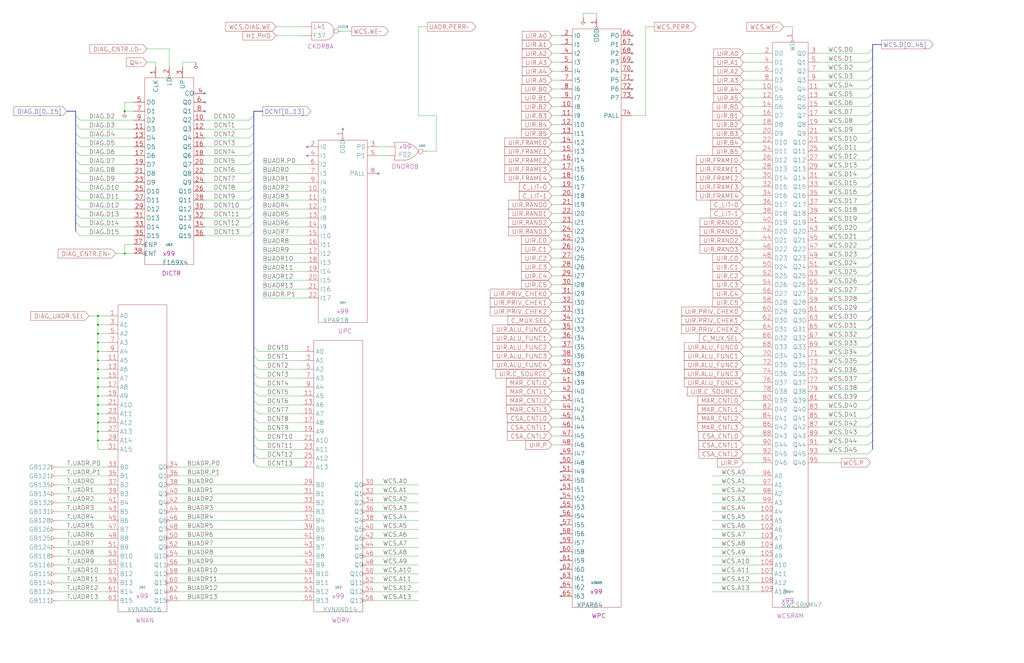
<source format=kicad_sch>
(kicad_sch (version 20230121) (generator eeschema)
  (paper "User" 584.2 378.46)
  (title_block (title "WRITABLE CONTROL STORE\\nWCS ADDRESS GENERATION") (date "15-MAR-90") (rev "1.0") (comment 1 "TYPE") (comment 2 "232-003062") (comment 3 "S400") (comment 4 "RELEASED"))
  (junction (at 55.88 200.66))
  (junction (at 55.88 190.5))
  (junction (at 55.88 236.22))
  (junction (at 55.88 231.14))
  (junction (at 55.88 215.9))
  (junction (at 71.12 63.5))
  (junction (at 55.88 246.38))
  (junction (at 71.12 144.78))
  (junction (at 55.88 205.74))
  (junction (at 55.88 226.06))
  (junction (at 55.88 185.42))
  (junction (at 55.88 180.34))
  (junction (at 55.88 220.98))
  (junction (at 55.88 251.46))
  (junction (at 55.88 195.58))
  (junction (at 55.88 241.3))
  (junction (at 55.88 210.82))
  (no_connect (at 320.04 294.64))
  (no_connect (at 320.04 314.96))
  (no_connect (at 360.68 35.56))
  (no_connect (at 320.04 335.28))
  (no_connect (at 175.26 88.9))
  (no_connect (at 175.26 83.82))
  (no_connect (at 116.84 53.34))
  (no_connect (at 360.68 55.88))
  (no_connect (at 320.04 330.2))
  (no_connect (at 320.04 289.56))
  (no_connect (at 360.68 45.72))
  (no_connect (at 320.04 274.32))
  (no_connect (at 320.04 279.4))
  (no_connect (at 320.04 299.72))
  (no_connect (at 320.04 325.12))
  (no_connect (at 320.04 340.36))
  (no_connect (at 320.04 269.24))
  (no_connect (at 320.04 284.48))
  (no_connect (at 320.04 264.16))
  (no_connect (at 360.68 30.48))
  (no_connect (at 360.68 40.64))
  (no_connect (at 360.68 50.8))
  (no_connect (at 195.58 73.66))
  (no_connect (at 215.9 99.06))
  (no_connect (at 360.68 20.32))
  (no_connect (at 320.04 259.08))
  (no_connect (at 320.04 304.8))
  (no_connect (at 320.04 320.04))
  (no_connect (at 360.68 25.4))
  (no_connect (at 116.84 58.42))
  (no_connect (at 116.84 63.5))
  (no_connect (at 320.04 309.88))
  (bus_entry (at 144.78 243.84) (size 2.54 2.54))
  (bus_entry (at 144.78 127) (size -2.54 2.54))
  (bus_entry (at 497.84 170.18) (size -2.54 2.54))
  (bus_entry (at 497.84 200.66) (size -2.54 2.54))
  (bus_entry (at 144.78 248.92) (size 2.54 2.54))
  (bus_entry (at 144.78 213.36) (size 2.54 2.54))
  (bus_entry (at 497.84 114.3) (size -2.54 2.54))
  (bus_entry (at 497.84 139.7) (size -2.54 2.54))
  (bus_entry (at 497.84 154.94) (size -2.54 2.54))
  (bus_entry (at 497.84 149.86) (size -2.54 2.54))
  (bus_entry (at 497.84 43.18) (size -2.54 2.54))
  (bus_entry (at 144.78 101.6) (size -2.54 2.54))
  (bus_entry (at 43.18 101.6) (size 2.54 2.54))
  (bus_entry (at 144.78 264.16) (size 2.54 2.54))
  (bus_entry (at 497.84 58.42) (size -2.54 2.54))
  (bus_entry (at 144.78 66.04) (size -2.54 2.54))
  (bus_entry (at 497.84 73.66) (size -2.54 2.54))
  (bus_entry (at 144.78 254) (size 2.54 2.54))
  (bus_entry (at 497.84 241.3) (size -2.54 2.54))
  (bus_entry (at 144.78 116.84) (size -2.54 2.54))
  (bus_entry (at 497.84 165.1) (size -2.54 2.54))
  (bus_entry (at 144.78 96.52) (size -2.54 2.54))
  (bus_entry (at 144.78 86.36) (size -2.54 2.54))
  (bus_entry (at 497.84 180.34) (size -2.54 2.54))
  (bus_entry (at 497.84 53.34) (size -2.54 2.54))
  (bus_entry (at 43.18 132.08) (size 2.54 2.54))
  (bus_entry (at 144.78 203.2) (size 2.54 2.54))
  (bus_entry (at 43.18 121.92) (size 2.54 2.54))
  (bus_entry (at 144.78 132.08) (size -2.54 2.54))
  (bus_entry (at 43.18 106.68) (size 2.54 2.54))
  (bus_entry (at 497.84 220.98) (size -2.54 2.54))
  (bus_entry (at 144.78 233.68) (size 2.54 2.54))
  (bus_entry (at 497.84 109.22) (size -2.54 2.54))
  (bus_entry (at 43.18 86.36) (size 2.54 2.54))
  (bus_entry (at 497.84 104.14) (size -2.54 2.54))
  (bus_entry (at 497.84 180.34) (size -2.54 2.54))
  (bus_entry (at 497.84 160.02) (size -2.54 2.54))
  (bus_entry (at 43.18 96.52) (size 2.54 2.54))
  (bus_entry (at 144.78 228.6) (size 2.54 2.54))
  (bus_entry (at 497.84 68.58) (size -2.54 2.54))
  (bus_entry (at 497.84 190.5) (size -2.54 2.54))
  (bus_entry (at 497.84 205.74) (size -2.54 2.54))
  (bus_entry (at 497.84 256.54) (size -2.54 2.54))
  (bus_entry (at 144.78 121.92) (size -2.54 2.54))
  (bus_entry (at 497.84 210.82) (size -2.54 2.54))
  (bus_entry (at 43.18 81.28) (size 2.54 2.54))
  (bus_entry (at 497.84 246.38) (size -2.54 2.54))
  (bus_entry (at 144.78 106.68) (size -2.54 2.54))
  (bus_entry (at 497.84 33.02) (size -2.54 2.54))
  (bus_entry (at 144.78 198.12) (size 2.54 2.54))
  (bus_entry (at 43.18 71.12) (size 2.54 2.54))
  (bus_entry (at 144.78 91.44) (size -2.54 2.54))
  (bus_entry (at 144.78 208.28) (size 2.54 2.54))
  (bus_entry (at 497.84 195.58) (size -2.54 2.54))
  (bus_entry (at 497.84 83.82) (size -2.54 2.54))
  (bus_entry (at 497.84 215.9) (size -2.54 2.54))
  (bus_entry (at 144.78 76.2) (size -2.54 2.54))
  (bus_entry (at 497.84 38.1) (size -2.54 2.54))
  (bus_entry (at 497.84 78.74) (size -2.54 2.54))
  (bus_entry (at 497.84 99.06) (size -2.54 2.54))
  (bus_entry (at 497.84 236.22) (size -2.54 2.54))
  (bus_entry (at 497.84 119.38) (size -2.54 2.54))
  (bus_entry (at 497.84 226.06) (size -2.54 2.54))
  (bus_entry (at 497.84 185.42) (size -2.54 2.54))
  (bus_entry (at 43.18 66.04) (size 2.54 2.54))
  (bus_entry (at 497.84 88.9) (size -2.54 2.54))
  (bus_entry (at 497.84 48.26) (size -2.54 2.54))
  (bus_entry (at 497.84 134.62) (size -2.54 2.54))
  (bus_entry (at 497.84 93.98) (size -2.54 2.54))
  (bus_entry (at 497.84 175.26) (size -2.54 2.54))
  (bus_entry (at 144.78 81.28) (size -2.54 2.54))
  (bus_entry (at 144.78 238.76) (size 2.54 2.54))
  (bus_entry (at 497.84 129.54) (size -2.54 2.54))
  (bus_entry (at 43.18 91.44) (size 2.54 2.54))
  (bus_entry (at 144.78 218.44) (size 2.54 2.54))
  (bus_entry (at 43.18 116.84) (size 2.54 2.54))
  (bus_entry (at 497.84 231.14) (size -2.54 2.54))
  (bus_entry (at 497.84 63.5) (size -2.54 2.54))
  (bus_entry (at 43.18 127) (size 2.54 2.54))
  (bus_entry (at 144.78 111.76) (size -2.54 2.54))
  (bus_entry (at 497.84 144.78) (size -2.54 2.54))
  (bus_entry (at 144.78 259.08) (size 2.54 2.54))
  (bus_entry (at 144.78 223.52) (size 2.54 2.54))
  (bus_entry (at 144.78 71.12) (size -2.54 2.54))
  (bus_entry (at 497.84 27.94) (size -2.54 2.54))
  (bus_entry (at 497.84 124.46) (size -2.54 2.54))
  (bus_entry (at 497.84 251.46) (size -2.54 2.54))
  (bus_entry (at 43.18 111.76) (size 2.54 2.54))
  (bus_entry (at 43.18 76.2) (size 2.54 2.54))
  (bus_entry (at 497.84 185.42) (size -2.54 2.54))
  (wire (pts (xy 55.88 185.42) (xy 55.88 190.5)))
  (wire (pts (xy 60.96 327.66) (xy 33.02 327.66)))
  (wire (pts (xy 314.96 40.64) (xy 320.04 40.64)))
  (bus (pts (xy 38.1 63.5) (xy 43.18 63.5)))
  (wire (pts (xy 424.18 106.68) (xy 434.34 106.68)))
  (wire (pts (xy 213.36 307.34) (xy 238.76 307.34)))
  (wire (pts (xy 116.84 134.62) (xy 142.24 134.62)))
  (bus (pts (xy 43.18 91.44) (xy 43.18 96.52)))
  (bus (pts (xy 497.84 53.34) (xy 497.84 48.26)))
  (wire (pts (xy 83.82 27.94) (xy 96.52 27.94)))
  (wire (pts (xy 467.36 167.64) (xy 495.3 167.64)))
  (wire (pts (xy 157.48 15.24) (xy 172.72 15.24)))
  (wire (pts (xy 314.96 86.36) (xy 320.04 86.36)))
  (wire (pts (xy 424.18 167.64) (xy 434.34 167.64)))
  (wire (pts (xy 467.36 157.48) (xy 495.3 157.48)))
  (wire (pts (xy 467.36 233.68) (xy 495.3 233.68)))
  (wire (pts (xy 424.18 96.52) (xy 434.34 96.52)))
  (wire (pts (xy 424.18 193.04) (xy 434.34 193.04)))
  (wire (pts (xy 33.02 266.7) (xy 60.96 266.7)))
  (wire (pts (xy 55.88 195.58) (xy 60.96 195.58)))
  (bus (pts (xy 144.78 132.08) (xy 144.78 198.12)))
  (wire (pts (xy 467.36 35.56) (xy 495.3 35.56)))
  (wire (pts (xy 424.18 116.84) (xy 434.34 116.84)))
  (bus (pts (xy 497.84 170.18) (xy 497.84 165.1)))
  (wire (pts (xy 467.36 254) (xy 495.3 254)))
  (wire (pts (xy 314.96 60.96) (xy 320.04 60.96)))
  (wire (pts (xy 467.36 76.2) (xy 495.3 76.2)))
  (wire (pts (xy 406.4 281.94) (xy 434.34 281.94)))
  (wire (pts (xy 424.18 71.12) (xy 434.34 71.12)))
  (wire (pts (xy 467.36 86.36) (xy 495.3 86.36)))
  (wire (pts (xy 101.6 302.26) (xy 172.72 302.26)))
  (bus (pts (xy 43.18 121.92) (xy 43.18 127)))
  (bus (pts (xy 144.78 63.5) (xy 149.86 63.5)))
  (wire (pts (xy 314.96 116.84) (xy 320.04 116.84)))
  (wire (pts (xy 467.36 137.16) (xy 495.3 137.16)))
  (wire (pts (xy 424.18 81.28) (xy 434.34 81.28)))
  (wire (pts (xy 243.84 15.24) (xy 238.76 15.24)))
  (wire (pts (xy 149.86 109.22) (xy 175.26 109.22)))
  (wire (pts (xy 467.36 248.92) (xy 495.3 248.92)))
  (wire (pts (xy 60.96 317.5) (xy 33.02 317.5)))
  (wire (pts (xy 101.6 276.86) (xy 172.72 276.86)))
  (wire (pts (xy 101.6 307.34) (xy 172.72 307.34)))
  (wire (pts (xy 467.36 91.44) (xy 495.3 91.44)))
  (wire (pts (xy 215.9 83.82) (xy 220.98 83.82)))
  (wire (pts (xy 314.96 132.08) (xy 320.04 132.08)))
  (bus (pts (xy 43.18 101.6) (xy 43.18 106.68)))
  (wire (pts (xy 424.18 30.48) (xy 434.34 30.48)))
  (wire (pts (xy 424.18 162.56) (xy 434.34 162.56)))
  (wire (pts (xy 116.84 114.3) (xy 142.24 114.3)))
  (wire (pts (xy 424.18 60.96) (xy 434.34 60.96)))
  (wire (pts (xy 467.36 228.6) (xy 495.3 228.6)))
  (wire (pts (xy 434.34 312.42) (xy 406.4 312.42)))
  (bus (pts (xy 43.18 111.76) (xy 43.18 116.84)))
  (bus (pts (xy 144.78 76.2) (xy 144.78 81.28)))
  (wire (pts (xy 60.96 302.26) (xy 33.02 302.26)))
  (wire (pts (xy 149.86 104.14) (xy 175.26 104.14)))
  (wire (pts (xy 149.86 149.86) (xy 175.26 149.86)))
  (wire (pts (xy 424.18 111.76) (xy 434.34 111.76)))
  (wire (pts (xy 71.12 139.7) (xy 71.12 144.78)))
  (bus (pts (xy 497.84 231.14) (xy 497.84 226.06)))
  (wire (pts (xy 116.84 119.38) (xy 142.24 119.38)))
  (bus (pts (xy 497.84 83.82) (xy 497.84 78.74)))
  (wire (pts (xy 172.72 236.22) (xy 147.32 236.22)))
  (wire (pts (xy 314.96 233.68) (xy 320.04 233.68)))
  (wire (pts (xy 314.96 81.28) (xy 320.04 81.28)))
  (wire (pts (xy 55.88 200.66) (xy 60.96 200.66)))
  (bus (pts (xy 144.78 248.92) (xy 144.78 243.84)))
  (bus (pts (xy 144.78 66.04) (xy 144.78 71.12)))
  (wire (pts (xy 447.04 15.24) (xy 452.12 15.24)))
  (bus (pts (xy 497.84 246.38) (xy 497.84 241.3)))
  (wire (pts (xy 467.36 264.16) (xy 480.06 264.16)))
  (wire (pts (xy 101.6 287.02) (xy 172.72 287.02)))
  (bus (pts (xy 43.18 127) (xy 43.18 132.08)))
  (wire (pts (xy 116.84 109.22) (xy 142.24 109.22)))
  (wire (pts (xy 172.72 220.98) (xy 147.32 220.98)))
  (wire (pts (xy 60.96 281.94) (xy 33.02 281.94)))
  (wire (pts (xy 213.36 322.58) (xy 238.76 322.58)))
  (wire (pts (xy 314.96 66.04) (xy 320.04 66.04)))
  (bus (pts (xy 497.84 124.46) (xy 497.84 119.38)))
  (wire (pts (xy 424.18 208.28) (xy 434.34 208.28)))
  (wire (pts (xy 55.88 215.9) (xy 55.88 220.98)))
  (wire (pts (xy 60.96 342.9) (xy 33.02 342.9)))
  (wire (pts (xy 314.96 177.8) (xy 320.04 177.8)))
  (bus (pts (xy 144.78 76.2) (xy 144.78 71.12)))
  (wire (pts (xy 424.18 233.68) (xy 434.34 233.68)))
  (wire (pts (xy 314.96 121.92) (xy 320.04 121.92)))
  (wire (pts (xy 116.84 124.46) (xy 142.24 124.46)))
  (wire (pts (xy 55.88 190.5) (xy 55.88 195.58)))
  (wire (pts (xy 101.6 327.66) (xy 172.72 327.66)))
  (wire (pts (xy 424.18 91.44) (xy 434.34 91.44)))
  (wire (pts (xy 424.18 248.92) (xy 434.34 248.92)))
  (wire (pts (xy 314.96 35.56) (xy 320.04 35.56)))
  (bus (pts (xy 144.78 116.84) (xy 144.78 111.76)))
  (wire (pts (xy 149.86 93.98) (xy 175.26 93.98)))
  (wire (pts (xy 213.36 332.74) (xy 238.76 332.74)))
  (wire (pts (xy 467.36 127) (xy 495.3 127)))
  (wire (pts (xy 467.36 50.8) (xy 495.3 50.8)))
  (wire (pts (xy 116.84 129.54) (xy 142.24 129.54)))
  (wire (pts (xy 55.88 246.38) (xy 55.88 251.46)))
  (wire (pts (xy 314.96 193.04) (xy 320.04 193.04)))
  (wire (pts (xy 45.72 129.54) (xy 76.2 129.54)))
  (wire (pts (xy 55.88 251.46) (xy 60.96 251.46)))
  (bus (pts (xy 144.78 198.12) (xy 144.78 203.2)))
  (bus (pts (xy 497.84 251.46) (xy 497.84 246.38)))
  (wire (pts (xy 172.72 266.7) (xy 147.32 266.7)))
  (wire (pts (xy 467.36 66.04) (xy 495.3 66.04)))
  (bus (pts (xy 43.18 106.68) (xy 43.18 111.76)))
  (wire (pts (xy 467.36 208.28) (xy 495.3 208.28)))
  (bus (pts (xy 43.18 66.04) (xy 43.18 71.12)))
  (wire (pts (xy 71.12 144.78) (xy 76.2 144.78)))
  (wire (pts (xy 424.18 254) (xy 434.34 254)))
  (wire (pts (xy 101.6 332.74) (xy 172.72 332.74)))
  (bus (pts (xy 497.84 129.54) (xy 497.84 124.46)))
  (wire (pts (xy 314.96 50.8) (xy 320.04 50.8)))
  (wire (pts (xy 60.96 287.02) (xy 33.02 287.02)))
  (wire (pts (xy 71.12 63.5) (xy 76.2 63.5)))
  (wire (pts (xy 101.6 297.18) (xy 172.72 297.18)))
  (wire (pts (xy 467.36 142.24) (xy 495.3 142.24)))
  (wire (pts (xy 467.36 30.48) (xy 495.3 30.48)))
  (wire (pts (xy 424.18 76.2) (xy 434.34 76.2)))
  (wire (pts (xy 467.36 81.28) (xy 495.3 81.28)))
  (wire (pts (xy 424.18 147.32) (xy 434.34 147.32)))
  (wire (pts (xy 314.96 127) (xy 320.04 127)))
  (wire (pts (xy 45.72 134.62) (xy 76.2 134.62)))
  (wire (pts (xy 424.18 40.64) (xy 434.34 40.64)))
  (bus (pts (xy 497.84 165.1) (xy 497.84 160.02)))
  (wire (pts (xy 424.18 45.72) (xy 434.34 45.72)))
  (bus (pts (xy 497.84 220.98) (xy 497.84 215.9)))
  (bus (pts (xy 43.18 96.52) (xy 43.18 101.6)))
  (wire (pts (xy 314.96 91.44) (xy 320.04 91.44)))
  (wire (pts (xy 314.96 238.76) (xy 320.04 238.76)))
  (bus (pts (xy 497.84 180.34) (xy 497.84 175.26)))
  (wire (pts (xy 55.88 236.22) (xy 60.96 236.22)))
  (bus (pts (xy 144.78 228.6) (xy 144.78 233.68)))
  (wire (pts (xy 424.18 55.88) (xy 434.34 55.88)))
  (wire (pts (xy 467.36 96.52) (xy 495.3 96.52)))
  (wire (pts (xy 149.86 134.62) (xy 175.26 134.62)))
  (wire (pts (xy 55.88 210.82) (xy 60.96 210.82)))
  (wire (pts (xy 467.36 198.12) (xy 495.3 198.12)))
  (wire (pts (xy 149.86 119.38) (xy 175.26 119.38)))
  (wire (pts (xy 55.88 256.54) (xy 60.96 256.54)))
  (wire (pts (xy 172.72 215.9) (xy 147.32 215.9)))
  (wire (pts (xy 213.36 281.94) (xy 238.76 281.94)))
  (wire (pts (xy 45.72 68.58) (xy 76.2 68.58)))
  (wire (pts (xy 104.14 35.56) (xy 104.14 38.1)))
  (wire (pts (xy 55.88 205.74) (xy 55.88 210.82)))
  (bus (pts (xy 497.84 144.78) (xy 497.84 139.7)))
  (bus (pts (xy 497.84 88.9) (xy 497.84 83.82)))
  (wire (pts (xy 60.96 307.34) (xy 33.02 307.34)))
  (wire (pts (xy 467.36 162.56) (xy 495.3 162.56)))
  (wire (pts (xy 314.96 243.84) (xy 320.04 243.84)))
  (wire (pts (xy 467.36 182.88) (xy 495.3 182.88)))
  (wire (pts (xy 172.72 210.82) (xy 147.32 210.82)))
  (wire (pts (xy 33.02 271.78) (xy 60.96 271.78)))
  (wire (pts (xy 424.18 121.92) (xy 434.34 121.92)))
  (wire (pts (xy 467.36 147.32) (xy 495.3 147.32)))
  (bus (pts (xy 144.78 213.36) (xy 144.78 218.44)))
  (wire (pts (xy 314.96 162.56) (xy 320.04 162.56)))
  (wire (pts (xy 314.96 223.52) (xy 320.04 223.52)))
  (wire (pts (xy 45.72 119.38) (xy 76.2 119.38)))
  (wire (pts (xy 434.34 307.34) (xy 406.4 307.34)))
  (bus (pts (xy 497.84 25.4) (xy 502.92 25.4)))
  (wire (pts (xy 332.74 7.62) (xy 340.36 7.62)))
  (wire (pts (xy 149.86 144.78) (xy 175.26 144.78)))
  (wire (pts (xy 101.6 342.9) (xy 172.72 342.9)))
  (bus (pts (xy 144.78 86.36) (xy 144.78 91.44)))
  (wire (pts (xy 55.88 185.42) (xy 60.96 185.42)))
  (wire (pts (xy 45.72 73.66) (xy 76.2 73.66)))
  (bus (pts (xy 43.18 63.5) (xy 43.18 66.04)))
  (wire (pts (xy 60.96 312.42) (xy 33.02 312.42)))
  (wire (pts (xy 314.96 172.72) (xy 320.04 172.72)))
  (wire (pts (xy 314.96 55.88) (xy 320.04 55.88)))
  (wire (pts (xy 55.88 220.98) (xy 55.88 226.06)))
  (wire (pts (xy 45.72 124.46) (xy 76.2 124.46)))
  (wire (pts (xy 314.96 45.72) (xy 320.04 45.72)))
  (wire (pts (xy 314.96 248.92) (xy 320.04 248.92)))
  (wire (pts (xy 424.18 187.96) (xy 434.34 187.96)))
  (wire (pts (xy 101.6 266.7) (xy 124.46 266.7)))
  (wire (pts (xy 467.36 101.6) (xy 495.3 101.6)))
  (bus (pts (xy 144.78 218.44) (xy 144.78 223.52)))
  (wire (pts (xy 71.12 63.5) (xy 71.12 58.42)))
  (wire (pts (xy 467.36 259.08) (xy 495.3 259.08)))
  (bus (pts (xy 144.78 238.76) (xy 144.78 243.84)))
  (bus (pts (xy 144.78 254) (xy 144.78 259.08)))
  (bus (pts (xy 144.78 121.92) (xy 144.78 127)))
  (wire (pts (xy 424.18 213.36) (xy 434.34 213.36)))
  (wire (pts (xy 213.36 287.02) (xy 238.76 287.02)))
  (wire (pts (xy 213.36 312.42) (xy 238.76 312.42)))
  (bus (pts (xy 497.84 33.02) (xy 497.84 27.94)))
  (wire (pts (xy 55.88 220.98) (xy 60.96 220.98)))
  (wire (pts (xy 434.34 337.82) (xy 406.4 337.82)))
  (wire (pts (xy 467.36 71.12) (xy 495.3 71.12)))
  (wire (pts (xy 467.36 177.8) (xy 495.3 177.8)))
  (wire (pts (xy 314.96 20.32) (xy 320.04 20.32)))
  (bus (pts (xy 497.84 210.82) (xy 497.84 205.74)))
  (wire (pts (xy 467.36 203.2) (xy 495.3 203.2)))
  (wire (pts (xy 45.72 78.74) (xy 76.2 78.74)))
  (wire (pts (xy 60.96 297.18) (xy 33.02 297.18)))
  (bus (pts (xy 144.78 208.28) (xy 144.78 213.36)))
  (bus (pts (xy 497.84 114.3) (xy 497.84 109.22)))
  (wire (pts (xy 314.96 30.48) (xy 320.04 30.48)))
  (wire (pts (xy 55.88 180.34) (xy 60.96 180.34)))
  (wire (pts (xy 314.96 157.48) (xy 320.04 157.48)))
  (wire (pts (xy 406.4 292.1) (xy 434.34 292.1)))
  (wire (pts (xy 55.88 215.9) (xy 60.96 215.9)))
  (wire (pts (xy 434.34 317.5) (xy 406.4 317.5)))
  (wire (pts (xy 467.36 121.92) (xy 495.3 121.92)))
  (bus (pts (xy 144.78 208.28) (xy 144.78 203.2)))
  (wire (pts (xy 45.72 88.9) (xy 76.2 88.9)))
  (bus (pts (xy 144.78 259.08) (xy 144.78 264.16)))
  (wire (pts (xy 149.86 129.54) (xy 175.26 129.54)))
  (wire (pts (xy 467.36 55.88) (xy 495.3 55.88)))
  (wire (pts (xy 452.12 15.24) (xy 452.12 17.78)))
  (wire (pts (xy 314.96 254) (xy 320.04 254)))
  (bus (pts (xy 497.84 38.1) (xy 497.84 33.02)))
  (wire (pts (xy 434.34 322.58) (xy 406.4 322.58)))
  (wire (pts (xy 434.34 332.74) (xy 406.4 332.74)))
  (wire (pts (xy 314.96 76.2) (xy 320.04 76.2)))
  (bus (pts (xy 497.84 48.26) (xy 497.84 43.18)))
  (bus (pts (xy 144.78 101.6) (xy 144.78 106.68)))
  (wire (pts (xy 55.88 231.14) (xy 60.96 231.14)))
  (wire (pts (xy 55.88 205.74) (xy 60.96 205.74)))
  (wire (pts (xy 149.86 139.7) (xy 175.26 139.7)))
  (wire (pts (xy 424.18 157.48) (xy 434.34 157.48)))
  (wire (pts (xy 368.3 15.24) (xy 368.3 66.04)))
  (bus (pts (xy 144.78 248.92) (xy 144.78 254)))
  (bus (pts (xy 497.84 256.54) (xy 497.84 251.46)))
  (wire (pts (xy 424.18 142.24) (xy 434.34 142.24)))
  (bus (pts (xy 497.84 93.98) (xy 497.84 88.9)))
  (bus (pts (xy 497.84 190.5) (xy 497.84 185.42)))
  (wire (pts (xy 101.6 281.94) (xy 172.72 281.94)))
  (wire (pts (xy 116.84 88.9) (xy 142.24 88.9)))
  (bus (pts (xy 497.84 73.66) (xy 497.84 68.58)))
  (wire (pts (xy 55.88 241.3) (xy 60.96 241.3)))
  (wire (pts (xy 467.36 116.84) (xy 495.3 116.84)))
  (wire (pts (xy 314.96 228.6) (xy 320.04 228.6)))
  (bus (pts (xy 497.84 200.66) (xy 497.84 195.58)))
  (wire (pts (xy 424.18 177.8) (xy 434.34 177.8)))
  (wire (pts (xy 157.48 20.32) (xy 172.72 20.32)))
  (wire (pts (xy 360.68 66.04) (xy 368.3 66.04)))
  (wire (pts (xy 60.96 337.82) (xy 33.02 337.82)))
  (wire (pts (xy 424.18 132.08) (xy 434.34 132.08)))
  (wire (pts (xy 314.96 96.52) (xy 320.04 96.52)))
  (wire (pts (xy 213.36 302.26) (xy 238.76 302.26)))
  (wire (pts (xy 467.36 193.04) (xy 495.3 193.04)))
  (wire (pts (xy 314.96 25.4) (xy 320.04 25.4)))
  (wire (pts (xy 424.18 243.84) (xy 434.34 243.84)))
  (wire (pts (xy 55.88 195.58) (xy 55.88 200.66)))
  (wire (pts (xy 314.96 203.2) (xy 320.04 203.2)))
  (wire (pts (xy 55.88 241.3) (xy 55.88 246.38)))
  (wire (pts (xy 60.96 322.58) (xy 33.02 322.58)))
  (wire (pts (xy 424.18 264.16) (xy 434.34 264.16)))
  (wire (pts (xy 45.72 83.82) (xy 76.2 83.82)))
  (wire (pts (xy 66.04 144.78) (xy 71.12 144.78)))
  (wire (pts (xy 424.18 259.08) (xy 434.34 259.08)))
  (bus (pts (xy 497.84 78.74) (xy 497.84 73.66)))
  (wire (pts (xy 314.96 182.88) (xy 320.04 182.88)))
  (wire (pts (xy 213.36 297.18) (xy 238.76 297.18)))
  (wire (pts (xy 213.36 327.66) (xy 238.76 327.66)))
  (wire (pts (xy 195.58 17.78) (xy 200.66 17.78)))
  (wire (pts (xy 332.74 10.16) (xy 332.74 7.62)))
  (wire (pts (xy 149.86 124.46) (xy 175.26 124.46)))
  (wire (pts (xy 149.86 170.18) (xy 175.26 170.18)))
  (bus (pts (xy 43.18 86.36) (xy 43.18 91.44)))
  (wire (pts (xy 172.72 200.66) (xy 147.32 200.66)))
  (wire (pts (xy 116.84 104.14) (xy 142.24 104.14)))
  (bus (pts (xy 497.84 43.18) (xy 497.84 38.1)))
  (bus (pts (xy 497.84 241.3) (xy 497.84 236.22)))
  (wire (pts (xy 149.86 160.02) (xy 175.26 160.02)))
  (wire (pts (xy 116.84 78.74) (xy 142.24 78.74)))
  (wire (pts (xy 314.96 111.76) (xy 320.04 111.76)))
  (wire (pts (xy 467.36 243.84) (xy 495.3 243.84)))
  (wire (pts (xy 213.36 342.9) (xy 238.76 342.9)))
  (wire (pts (xy 424.18 152.4) (xy 434.34 152.4)))
  (wire (pts (xy 243.84 86.36) (xy 248.92 86.36)))
  (bus (pts (xy 497.84 139.7) (xy 497.84 134.62)))
  (wire (pts (xy 424.18 182.88) (xy 434.34 182.88)))
  (wire (pts (xy 424.18 218.44) (xy 434.34 218.44)))
  (wire (pts (xy 55.88 226.06) (xy 55.88 231.14)))
  (wire (pts (xy 55.88 180.34) (xy 55.88 185.42)))
  (wire (pts (xy 373.38 15.24) (xy 368.3 15.24)))
  (wire (pts (xy 172.72 241.3) (xy 147.32 241.3)))
  (wire (pts (xy 314.96 106.68) (xy 320.04 106.68)))
  (wire (pts (xy 101.6 337.82) (xy 172.72 337.82)))
  (bus (pts (xy 497.84 154.94) (xy 497.84 149.86)))
  (wire (pts (xy 314.96 71.12) (xy 320.04 71.12)))
  (wire (pts (xy 314.96 147.32) (xy 320.04 147.32)))
  (bus (pts (xy 497.84 63.5) (xy 497.84 58.42)))
  (wire (pts (xy 60.96 276.86) (xy 33.02 276.86)))
  (bus (pts (xy 497.84 27.94) (xy 497.84 25.4)))
  (wire (pts (xy 406.4 271.78) (xy 434.34 271.78)))
  (bus (pts (xy 144.78 96.52) (xy 144.78 101.6)))
  (wire (pts (xy 215.9 88.9) (xy 220.98 88.9)))
  (wire (pts (xy 314.96 218.44) (xy 320.04 218.44)))
  (wire (pts (xy 424.18 35.56) (xy 434.34 35.56)))
  (bus (pts (xy 144.78 228.6) (xy 144.78 223.52)))
  (wire (pts (xy 50.8 180.34) (xy 55.88 180.34)))
  (wire (pts (xy 467.36 106.68) (xy 495.3 106.68)))
  (wire (pts (xy 55.88 236.22) (xy 55.88 241.3)))
  (bus (pts (xy 144.78 106.68) (xy 144.78 111.76)))
  (wire (pts (xy 149.86 114.3) (xy 175.26 114.3)))
  (wire (pts (xy 467.36 238.76) (xy 495.3 238.76)))
  (bus (pts (xy 497.84 236.22) (xy 497.84 231.14)))
  (wire (pts (xy 424.18 127) (xy 434.34 127)))
  (bus (pts (xy 144.78 81.28) (xy 144.78 86.36)))
  (wire (pts (xy 55.88 251.46) (xy 55.88 256.54)))
  (wire (pts (xy 424.18 198.12) (xy 434.34 198.12)))
  (wire (pts (xy 45.72 99.06) (xy 76.2 99.06)))
  (wire (pts (xy 467.36 152.4) (xy 495.3 152.4)))
  (wire (pts (xy 149.86 154.94) (xy 175.26 154.94)))
  (bus (pts (xy 497.84 99.06) (xy 497.84 93.98)))
  (wire (pts (xy 55.88 190.5) (xy 60.96 190.5)))
  (wire (pts (xy 406.4 302.26) (xy 434.34 302.26)))
  (wire (pts (xy 340.36 7.62) (xy 340.36 10.16)))
  (wire (pts (xy 424.18 223.52) (xy 434.34 223.52)))
  (wire (pts (xy 424.18 66.04) (xy 434.34 66.04)))
  (wire (pts (xy 55.88 231.14) (xy 55.88 236.22)))
  (wire (pts (xy 467.36 132.08) (xy 495.3 132.08)))
  (bus (pts (xy 43.18 81.28) (xy 43.18 86.36)))
  (bus (pts (xy 43.18 76.2) (xy 43.18 81.28)))
  (bus (pts (xy 497.84 195.58) (xy 497.84 190.5)))
  (wire (pts (xy 213.36 317.5) (xy 238.76 317.5)))
  (wire (pts (xy 101.6 312.42) (xy 172.72 312.42)))
  (wire (pts (xy 424.18 228.6) (xy 434.34 228.6)))
  (wire (pts (xy 434.34 327.66) (xy 406.4 327.66)))
  (wire (pts (xy 55.88 200.66) (xy 55.88 205.74)))
  (wire (pts (xy 60.96 292.1) (xy 33.02 292.1)))
  (wire (pts (xy 60.96 332.74) (xy 33.02 332.74)))
  (wire (pts (xy 424.18 86.36) (xy 434.34 86.36)))
  (wire (pts (xy 116.84 83.82) (xy 142.24 83.82)))
  (bus (pts (xy 497.84 119.38) (xy 497.84 114.3)))
  (bus (pts (xy 497.84 215.9) (xy 497.84 210.82)))
  (wire (pts (xy 71.12 58.42) (xy 76.2 58.42)))
  (wire (pts (xy 172.72 205.74) (xy 147.32 205.74)))
  (wire (pts (xy 424.18 238.76) (xy 434.34 238.76)))
  (wire (pts (xy 314.96 213.36) (xy 320.04 213.36)))
  (bus (pts (xy 144.78 127) (xy 144.78 132.08)))
  (wire (pts (xy 172.72 226.06) (xy 147.32 226.06)))
  (wire (pts (xy 45.72 104.14) (xy 76.2 104.14)))
  (bus (pts (xy 497.84 109.22) (xy 497.84 104.14)))
  (wire (pts (xy 45.72 93.98) (xy 76.2 93.98)))
  (wire (pts (xy 101.6 292.1) (xy 172.72 292.1)))
  (wire (pts (xy 45.72 114.3) (xy 76.2 114.3)))
  (wire (pts (xy 424.18 172.72) (xy 434.34 172.72)))
  (wire (pts (xy 467.36 45.72) (xy 495.3 45.72)))
  (bus (pts (xy 497.84 68.58) (xy 497.84 63.5)))
  (wire (pts (xy 55.88 246.38) (xy 60.96 246.38)))
  (bus (pts (xy 144.78 96.52) (xy 144.78 91.44)))
  (wire (pts (xy 88.9 35.56) (xy 88.9 38.1)))
  (wire (pts (xy 467.36 172.72) (xy 495.3 172.72)))
  (bus (pts (xy 497.84 226.06) (xy 497.84 220.98)))
  (wire (pts (xy 467.36 111.76) (xy 495.3 111.76)))
  (bus (pts (xy 144.78 66.04) (xy 144.78 63.5)))
  (bus (pts (xy 144.78 233.68) (xy 144.78 238.76)))
  (wire (pts (xy 55.88 226.06) (xy 60.96 226.06)))
  (wire (pts (xy 424.18 101.6) (xy 434.34 101.6)))
  (wire (pts (xy 172.72 246.38) (xy 147.32 246.38)))
  (wire (pts (xy 213.36 337.82) (xy 238.76 337.82)))
  (wire (pts (xy 406.4 287.02) (xy 434.34 287.02)))
  (wire (pts (xy 467.36 223.52) (xy 495.3 223.52)))
  (wire (pts (xy 314.96 142.24) (xy 320.04 142.24)))
  (wire (pts (xy 172.72 256.54) (xy 147.32 256.54)))
  (bus (pts (xy 497.84 175.26) (xy 497.84 170.18)))
  (wire (pts (xy 406.4 276.86) (xy 434.34 276.86)))
  (wire (pts (xy 314.96 152.4) (xy 320.04 152.4)))
  (wire (pts (xy 71.12 139.7) (xy 76.2 139.7)))
  (wire (pts (xy 314.96 167.64) (xy 320.04 167.64)))
  (wire (pts (xy 467.36 60.96) (xy 495.3 60.96)))
  (wire (pts (xy 238.76 66.04) (xy 248.92 66.04)))
  (wire (pts (xy 172.72 251.46) (xy 147.32 251.46)))
  (bus (pts (xy 497.84 205.74) (xy 497.84 200.66)))
  (wire (pts (xy 467.36 213.36) (xy 495.3 213.36)))
  (wire (pts (xy 248.92 66.04) (xy 248.92 86.36)))
  (wire (pts (xy 116.84 73.66) (xy 142.24 73.66)))
  (wire (pts (xy 238.76 15.24) (xy 238.76 66.04)))
  (wire (pts (xy 172.72 261.62) (xy 147.32 261.62)))
  (wire (pts (xy 314.96 137.16) (xy 320.04 137.16)))
  (wire (pts (xy 116.84 93.98) (xy 142.24 93.98)))
  (wire (pts (xy 96.52 27.94) (xy 96.52 38.1)))
  (wire (pts (xy 55.88 210.82) (xy 55.88 215.9)))
  (wire (pts (xy 314.96 208.28) (xy 320.04 208.28)))
  (wire (pts (xy 111.76 35.56) (xy 104.14 35.56)))
  (bus (pts (xy 497.84 149.86) (xy 497.84 144.78)))
  (wire (pts (xy 101.6 322.58) (xy 172.72 322.58)))
  (wire (pts (xy 424.18 203.2) (xy 434.34 203.2)))
  (wire (pts (xy 116.84 68.58) (xy 142.24 68.58)))
  (wire (pts (xy 149.86 99.06) (xy 175.26 99.06)))
  (bus (pts (xy 497.84 58.42) (xy 497.84 53.34)))
  (wire (pts (xy 172.72 231.14) (xy 147.32 231.14)))
  (wire (pts (xy 467.36 218.44) (xy 495.3 218.44)))
  (wire (pts (xy 314.96 187.96) (xy 320.04 187.96)))
  (wire (pts (xy 101.6 317.5) (xy 172.72 317.5)))
  (wire (pts (xy 467.36 187.96) (xy 495.3 187.96)))
  (wire (pts (xy 467.36 40.64) (xy 495.3 40.64)))
  (wire (pts (xy 101.6 271.78) (xy 124.46 271.78)))
  (bus (pts (xy 497.84 185.42) (xy 497.84 180.34)))
  (bus (pts (xy 497.84 160.02) (xy 497.84 154.94)))
  (wire (pts (xy 424.18 50.8) (xy 434.34 50.8)))
  (bus (pts (xy 43.18 116.84) (xy 43.18 121.92)))
  (bus (pts (xy 497.84 104.14) (xy 497.84 99.06)))
  (bus (pts (xy 144.78 116.84) (xy 144.78 121.92)))
  (wire (pts (xy 213.36 276.86) (xy 238.76 276.86)))
  (wire (pts (xy 314.96 198.12) (xy 320.04 198.12)))
  (wire (pts (xy 116.84 99.06) (xy 142.24 99.06)))
  (wire (pts (xy 83.82 35.56) (xy 88.9 35.56)))
  (wire (pts (xy 314.96 101.6) (xy 320.04 101.6)))
  (bus (pts (xy 497.84 134.62) (xy 497.84 129.54)))
  (bus (pts (xy 43.18 71.12) (xy 43.18 76.2)))
  (wire (pts (xy 149.86 165.1) (xy 175.26 165.1)))
  (wire (pts (xy 213.36 292.1) (xy 238.76 292.1)))
  (wire (pts (xy 424.18 137.16) (xy 434.34 137.16)))
  (wire (pts (xy 406.4 297.18) (xy 434.34 297.18)))
  (wire (pts (xy 45.72 109.22) (xy 76.2 109.22)))
  (label "WCS.A4" (at 218.44 297.18 0) (effects (font (size 2.54 2.54))))
  (label "WCS.D6" (at 472.44 60.96 0) (effects (font (size 2.54 2.54))))
  (label "WCS.A6" (at 218.44 307.34 0) (effects (font (size 2.54 2.54))))
  (label "BUADR1" (at 149.86 104.14 0) (effects (font (size 2.54 2.54))))
  (label "DCNT1" (at 152.4 205.74 0) (effects (font (size 2.54 2.54))))
  (label "T.UADR2" (at 38.1 287.02 0) (effects (font (size 2.54 2.54))))
  (label "BUADR11" (at 149.86 154.94 0) (effects (font (size 2.54 2.54))))
  (label "WCS.D36" (at 472.44 213.36 0) (effects (font (size 2.54 2.54))))
  (label "WCS.A11" (at 218.44 332.74 0) (effects (font (size 2.54 2.54))))
  (label "DCNT0" (at 121.92 68.58 0) (effects (font (size 2.54 2.54))))
  (label "BUADR12" (at 106.68 337.82 0) (effects (font (size 2.54 2.54))))
  (label "DCNT2" (at 152.4 210.82 0) (effects (font (size 2.54 2.54))))
  (label "BUADR4" (at 106.68 297.18 0) (effects (font (size 2.54 2.54))))
  (label "DCNT12" (at 121.92 129.54 0) (effects (font (size 2.54 2.54))))
  (label "WCS.D25" (at 472.44 157.48 0) (effects (font (size 2.54 2.54))))
  (label "DCNT8" (at 121.92 109.22 0) (effects (font (size 2.54 2.54))))
  (label "BUADR11" (at 106.68 332.74 0) (effects (font (size 2.54 2.54))))
  (label "T.UADR6" (at 38.1 307.34 0) (effects (font (size 2.54 2.54))))
  (label "WCS.A10" (at 411.48 322.58 0) (effects (font (size 2.54 2.54))))
  (label "BUADR13" (at 149.86 165.1 0) (effects (font (size 2.54 2.54))))
  (label "BUADR8" (at 149.86 139.7 0) (effects (font (size 2.54 2.54))))
  (label "WCS.A2" (at 218.44 287.02 0) (effects (font (size 2.54 2.54))))
  (label "WCS.D15" (at 472.44 106.68 0) (effects (font (size 2.54 2.54))))
  (label "DCNT5" (at 121.92 93.98 0) (effects (font (size 2.54 2.54))))
  (label "DCNT5" (at 152.4 226.06 0) (effects (font (size 2.54 2.54))))
  (label "T.UADR12" (at 38.1 337.82 0) (effects (font (size 2.54 2.54))))
  (label "BUADR0" (at 106.68 276.86 0) (effects (font (size 2.54 2.54))))
  (label "BUADR0" (at 149.86 99.06 0) (effects (font (size 2.54 2.54))))
  (label "BUADR10" (at 106.68 327.66 0) (effects (font (size 2.54 2.54))))
  (label "DIAG.D4" (at 50.8 78.74 0) (effects (font (size 2.54 2.54))))
  (label "WCS.D28" (at 472.44 172.72 0) (effects (font (size 2.54 2.54))))
  (label "DCNT7" (at 152.4 236.22 0) (effects (font (size 2.54 2.54))))
  (label "WCS.A1" (at 218.44 281.94 0) (effects (font (size 2.54 2.54))))
  (label "BUADR4" (at 149.86 119.38 0) (effects (font (size 2.54 2.54))))
  (label "BUADR.P0" (at 106.68 266.7 0) (effects (font (size 2.54 2.54))))
  (label "DCNT8" (at 152.4 241.3 0) (effects (font (size 2.54 2.54))))
  (label "WCS.D14" (at 472.44 101.6 0) (effects (font (size 2.54 2.54))))
  (label "BUADR3" (at 106.68 292.1 0) (effects (font (size 2.54 2.54))))
  (label "WCS.A5" (at 218.44 302.26 0) (effects (font (size 2.54 2.54))))
  (label "BUADR.P0" (at 149.86 93.98 0) (effects (font (size 2.54 2.54))))
  (label "WCS.A2" (at 411.48 281.94 0) (effects (font (size 2.54 2.54))))
  (label "DCNT7" (at 121.92 104.14 0) (effects (font (size 2.54 2.54))))
  (label "WCS.A0" (at 218.44 276.86 0) (effects (font (size 2.54 2.54))))
  (label "WCS.D22" (at 472.44 142.24 0) (effects (font (size 2.54 2.54))))
  (label "WCS.D31" (at 472.44 187.96 0) (effects (font (size 2.54 2.54))))
  (label "WCS.D38" (at 472.44 223.52 0) (effects (font (size 2.54 2.54))))
  (label "WCS.D17" (at 472.44 116.84 0) (effects (font (size 2.54 2.54))))
  (label "WCS.D44" (at 472.44 254 0) (effects (font (size 2.54 2.54))))
  (label "WCS.A3" (at 218.44 292.1 0) (effects (font (size 2.54 2.54))))
  (label "WCS.D32" (at 472.44 193.04 0) (effects (font (size 2.54 2.54))))
  (label "WCS.D5" (at 472.44 55.88 0) (effects (font (size 2.54 2.54))))
  (label "WCS.D33" (at 472.44 198.12 0) (effects (font (size 2.54 2.54))))
  (label "WCS.D20" (at 472.44 132.08 0) (effects (font (size 2.54 2.54))))
  (label "BUADR7" (at 149.86 134.62 0) (effects (font (size 2.54 2.54))))
  (label "T.UADR1" (at 38.1 281.94 0) (effects (font (size 2.54 2.54))))
  (label "BUADR10" (at 149.86 149.86 0) (effects (font (size 2.54 2.54))))
  (label "WCS.A0" (at 411.48 271.78 0) (effects (font (size 2.54 2.54))))
  (label "DIAG.D8" (at 50.8 99.06 0) (effects (font (size 2.54 2.54))))
  (label "DIAG.D2" (at 50.8 68.58 0) (effects (font (size 2.54 2.54))))
  (label "DCNT11" (at 121.92 124.46 0) (effects (font (size 2.54 2.54))))
  (label "DIAG.D3" (at 50.8 73.66 0) (effects (font (size 2.54 2.54))))
  (label "BUADR5" (at 106.68 302.26 0) (effects (font (size 2.54 2.54))))
  (label "T.UADR.P0" (at 38.1 266.7 0) (effects (font (size 2.54 2.54))))
  (label "WCS.A8" (at 411.48 312.42 0) (effects (font (size 2.54 2.54))))
  (label "T.UADR11" (at 38.1 332.74 0) (effects (font (size 2.54 2.54))))
  (label "T.UADR10" (at 38.1 327.66 0) (effects (font (size 2.54 2.54))))
  (label "T.UADR7" (at 38.1 312.42 0) (effects (font (size 2.54 2.54))))
  (label "WCS.D21" (at 472.44 137.16 0) (effects (font (size 2.54 2.54))))
  (label "T.UADR4" (at 38.1 297.18 0) (effects (font (size 2.54 2.54))))
  (label "DCNT2" (at 121.92 78.74 0) (effects (font (size 2.54 2.54))))
  (label "WCS.D35" (at 472.44 208.28 0) (effects (font (size 2.54 2.54))))
  (label "WCS.D40" (at 472.44 233.68 0) (effects (font (size 2.54 2.54))))
  (label "DIAG.D15" (at 50.8 134.62 0) (effects (font (size 2.54 2.54))))
  (label "DCNT3" (at 152.4 215.9 0) (effects (font (size 2.54 2.54))))
  (label "DIAG.D9" (at 50.8 104.14 0) (effects (font (size 2.54 2.54))))
  (label "BUADR6" (at 149.86 129.54 0) (effects (font (size 2.54 2.54))))
  (label "T.UADR0" (at 38.1 276.86 0) (effects (font (size 2.54 2.54))))
  (label "WCS.D7" (at 472.44 66.04 0) (effects (font (size 2.54 2.54))))
  (label "DIAG.D5" (at 50.8 83.82 0) (effects (font (size 2.54 2.54))))
  (label "BUADR5" (at 149.86 124.46 0) (effects (font (size 2.54 2.54))))
  (label "WCS.D45" (at 472.44 259.08 0) (effects (font (size 2.54 2.54))))
  (label "WCS.D34" (at 472.44 203.2 0) (effects (font (size 2.54 2.54))))
  (label "WCS.A13" (at 411.48 337.82 0) (effects (font (size 2.54 2.54))))
  (label "WCS.A12" (at 218.44 337.82 0) (effects (font (size 2.54 2.54))))
  (label "WCS.D43" (at 472.44 248.92 0) (effects (font (size 2.54 2.54))))
  (label "DCNT4" (at 121.92 88.9 0) (effects (font (size 2.54 2.54))))
  (label "BUADR2" (at 149.86 109.22 0) (effects (font (size 2.54 2.54))))
  (label "T.UADR.P1" (at 38.1 271.78 0) (effects (font (size 2.54 2.54))))
  (label "WCS.A8" (at 218.44 317.5 0) (effects (font (size 2.54 2.54))))
  (label "WCS.D18" (at 472.44 121.92 0) (effects (font (size 2.54 2.54))))
  (label "T.UADR13" (at 38.1 342.9 0) (effects (font (size 2.54 2.54))))
  (label "WCS.A9" (at 411.48 317.5 0) (effects (font (size 2.54 2.54))))
  (label "WCS.A12" (at 411.48 332.74 0) (effects (font (size 2.54 2.54))))
  (label "DCNT9" (at 152.4 246.38 0) (effects (font (size 2.54 2.54))))
  (label "WCS.D26" (at 472.44 162.56 0) (effects (font (size 2.54 2.54))))
  (label "DCNT0" (at 152.4 200.66 0) (effects (font (size 2.54 2.54))))
  (label "WCS.D30" (at 472.44 182.88 0) (effects (font (size 2.54 2.54))))
  (label "WCS.D42" (at 472.44 243.84 0) (effects (font (size 2.54 2.54))))
  (label "BUADR6" (at 106.68 307.34 0) (effects (font (size 2.54 2.54))))
  (label "WCS.A1" (at 411.48 276.86 0) (effects (font (size 2.54 2.54))))
  (label "BUADR3" (at 149.86 114.3 0) (effects (font (size 2.54 2.54))))
  (label "WCS.A4" (at 411.48 292.1 0) (effects (font (size 2.54 2.54))))
  (label "DCNT3" (at 121.92 83.82 0) (effects (font (size 2.54 2.54))))
  (label "DCNT6" (at 152.4 231.14 0) (effects (font (size 2.54 2.54))))
  (label "DCNT10" (at 121.92 119.38 0) (effects (font (size 2.54 2.54))))
  (label "WCS.D24" (at 472.44 152.4 0) (effects (font (size 2.54 2.54))))
  (label "WCS.A6" (at 411.48 302.26 0) (effects (font (size 2.54 2.54))))
  (label "DIAG.D7" (at 50.8 93.98 0) (effects (font (size 2.54 2.54))))
  (label "DIAG.D13" (at 50.8 124.46 0) (effects (font (size 2.54 2.54))))
  (label "BUADR7" (at 106.68 312.42 0) (effects (font (size 2.54 2.54))))
  (label "WCS.D10" (at 472.44 81.28 0) (effects (font (size 2.54 2.54))))
  (label "WCS.D16" (at 472.44 111.76 0) (effects (font (size 2.54 2.54))))
  (label "T.UADR5" (at 38.1 302.26 0) (effects (font (size 2.54 2.54))))
  (label "DIAG.D6" (at 50.8 88.9 0) (effects (font (size 2.54 2.54))))
  (label "WCS.A10" (at 218.44 327.66 0) (effects (font (size 2.54 2.54))))
  (label "WCS.D8" (at 472.44 71.12 0) (effects (font (size 2.54 2.54))))
  (label "WCS.A11" (at 411.48 327.66 0) (effects (font (size 2.54 2.54))))
  (label "WCS.A7" (at 218.44 312.42 0) (effects (font (size 2.54 2.54))))
  (label "WCS.A13" (at 218.44 342.9 0) (effects (font (size 2.54 2.54))))
  (label "WCS.D12" (at 472.44 91.44 0) (effects (font (size 2.54 2.54))))
  (label "WCS.D39" (at 472.44 228.6 0) (effects (font (size 2.54 2.54))))
  (label "BUADR12" (at 149.86 160.02 0) (effects (font (size 2.54 2.54))))
  (label "WCS.D0" (at 472.44 30.48 0) (effects (font (size 2.54 2.54))))
  (label "BUADR2" (at 106.68 287.02 0) (effects (font (size 2.54 2.54))))
  (label "DCNT9" (at 121.92 114.3 0) (effects (font (size 2.54 2.54))))
  (label "WCS.D37" (at 472.44 218.44 0) (effects (font (size 2.54 2.54))))
  (label "WCS.D4" (at 472.44 50.8 0) (effects (font (size 2.54 2.54))))
  (label "WCS.A5" (at 411.48 297.18 0) (effects (font (size 2.54 2.54))))
  (label "BUADR.P1" (at 149.86 170.18 0) (effects (font (size 2.54 2.54))))
  (label "WCS.D41" (at 472.44 238.76 0) (effects (font (size 2.54 2.54))))
  (label "DIAG.D11" (at 50.8 114.3 0) (effects (font (size 2.54 2.54))))
  (label "WCS.D23" (at 472.44 147.32 0) (effects (font (size 2.54 2.54))))
  (label "WCS.A9" (at 218.44 322.58 0) (effects (font (size 2.54 2.54))))
  (label "DCNT4" (at 152.4 220.98 0) (effects (font (size 2.54 2.54))))
  (label "T.UADR9" (at 38.1 322.58 0) (effects (font (size 2.54 2.54))))
  (label "WCS.D1" (at 472.44 35.56 0) (effects (font (size 2.54 2.54))))
  (label "DCNT11" (at 152.4 256.54 0) (effects (font (size 2.54 2.54))))
  (label "DCNT1" (at 121.92 73.66 0) (effects (font (size 2.54 2.54))))
  (label "WCS.D3" (at 472.44 45.72 0) (effects (font (size 2.54 2.54))))
  (label "DCNT6" (at 121.92 99.06 0) (effects (font (size 2.54 2.54))))
  (label "BUADR9" (at 149.86 144.78 0) (effects (font (size 2.54 2.54))))
  (label "DCNT13" (at 121.92 134.62 0) (effects (font (size 2.54 2.54))))
  (label "WCS.D9" (at 472.44 76.2 0) (effects (font (size 2.54 2.54))))
  (label "WCS.D27" (at 472.44 167.64 0) (effects (font (size 2.54 2.54))))
  (label "DCNT10" (at 152.4 251.46 0) (effects (font (size 2.54 2.54))))
  (label "DIAG.D10" (at 50.8 109.22 0) (effects (font (size 2.54 2.54))))
  (label "WCS.D19" (at 472.44 127 0) (effects (font (size 2.54 2.54))))
  (label "BUADR1" (at 106.68 281.94 0) (effects (font (size 2.54 2.54))))
  (label "WCS.D29" (at 472.44 177.8 0) (effects (font (size 2.54 2.54))))
  (label "DIAG.D12" (at 50.8 119.38 0) (effects (font (size 2.54 2.54))))
  (label "BUADR9" (at 106.68 322.58 0) (effects (font (size 2.54 2.54))))
  (label "WCS.D11" (at 472.44 86.36 0) (effects (font (size 2.54 2.54))))
  (label "BUADR.P1" (at 106.68 271.78 0) (effects (font (size 2.54 2.54))))
  (label "T.UADR3" (at 38.1 292.1 0) (effects (font (size 2.54 2.54))))
  (label "WCS.A3" (at 411.48 287.02 0) (effects (font (size 2.54 2.54))))
  (label "DIAG.D14" (at 50.8 129.54 0) (effects (font (size 2.54 2.54))))
  (label "BUADR8" (at 106.68 317.5 0) (effects (font (size 2.54 2.54))))
  (label "WCS.D13" (at 472.44 96.52 0) (effects (font (size 2.54 2.54))))
  (label "DCNT13" (at 152.4 266.7 0) (effects (font (size 2.54 2.54))))
  (label "BUADR13" (at 106.68 342.9 0) (effects (font (size 2.54 2.54))))
  (label "T.UADR8" (at 38.1 317.5 0) (effects (font (size 2.54 2.54))))
  (label "DCNT12" (at 152.4 261.62 0) (effects (font (size 2.54 2.54))))
  (label "WCS.D2" (at 472.44 40.64 0) (effects (font (size 2.54 2.54))))
  (label "WCS.A7" (at 411.48 307.34 0) (effects (font (size 2.54 2.54))))
  (global_label "CSA_CNTL0" (shape input) (at 424.18 248.92 180) (effects (font (size 2.54 2.54))) (property "Intersheetrefs" "${INTERSHEET_REFS}" (at 398.6711 248.7613 0) (effects (font (size 1.905 1.905)) (justify right))))
  (global_label "CSA_CNTL2" (shape input) (at 424.18 259.08 180) (effects (font (size 2.54 2.54))) (property "Intersheetrefs" "${INTERSHEET_REFS}" (at 398.6711 258.9213 0) (effects (font (size 1.905 1.905)) (justify right))))
  (global_label "UIR.C4" (shape input) (at 424.18 167.64 180) (effects (font (size 2.54 2.54))) (property "Intersheetrefs" "${INTERSHEET_REFS}" (at 406.775 167.4813 0) (effects (font (size 1.905 1.905)) (justify right))))
  (global_label "CSA_CNTL1" (shape input) (at 424.18 254 180) (effects (font (size 2.54 2.54))) (property "Intersheetrefs" "${INTERSHEET_REFS}" (at 398.6711 253.8413 0) (effects (font (size 1.905 1.905)) (justify right))))
  (global_label "UIR.C4" (shape input) (at 314.96 157.48 180) (effects (font (size 2.54 2.54))) (property "Intersheetrefs" "${INTERSHEET_REFS}" (at 297.555 157.3213 0) (effects (font (size 1.905 1.905)) (justify right))))
  (global_label "MAR_CNTL2" (shape input) (at 314.96 228.6 180) (effects (font (size 2.54 2.54))) (property "Intersheetrefs" "${INTERSHEET_REFS}" (at 288.9673 228.4413 0) (effects (font (size 1.905 1.905)) (justify right))))
  (global_label "UIR.P" (shape input) (at 424.18 264.16 180) (effects (font (size 2.54 2.54))) (property "Intersheetrefs" "${INTERSHEET_REFS}" (at 409.194 264.0013 0) (effects (font (size 1.905 1.905)) (justify right))))
  (global_label "UIR.A0" (shape input) (at 314.96 20.32 180) (effects (font (size 2.54 2.54))) (property "Intersheetrefs" "${INTERSHEET_REFS}" (at 297.9178 20.1613 0) (effects (font (size 1.905 1.905)) (justify right))))
  (global_label "UIR.FRAME0" (shape input) (at 314.96 81.28 180) (effects (font (size 2.54 2.54))) (property "Intersheetrefs" "${INTERSHEET_REFS}" (at 287.9997 81.1213 0) (effects (font (size 1.905 1.905)) (justify right))))
  (global_label "UIR.A4" (shape input) (at 424.18 50.8 180) (effects (font (size 2.54 2.54))) (property "Intersheetrefs" "${INTERSHEET_REFS}" (at 407.1378 50.6413 0) (effects (font (size 1.905 1.905)) (justify right))))
  (global_label "UIR.PRIV_CHEK1" (shape input) (at 424.18 182.88 180) (effects (font (size 2.54 2.54))) (property "Intersheetrefs" "${INTERSHEET_REFS}" (at 388.874 182.7213 0) (effects (font (size 1.905 1.905)) (justify right))))
  (global_label "UIR.FRAME2" (shape input) (at 424.18 101.6 180) (effects (font (size 2.54 2.54))) (property "Intersheetrefs" "${INTERSHEET_REFS}" (at 397.2197 101.4413 0) (effects (font (size 1.905 1.905)) (justify right))))
  (global_label "UIR.A5" (shape input) (at 424.18 55.88 180) (effects (font (size 2.54 2.54))) (property "Intersheetrefs" "${INTERSHEET_REFS}" (at 407.1378 55.7213 0) (effects (font (size 1.905 1.905)) (justify right))))
  (global_label "UIR.ALU_FUNC1" (shape input) (at 314.96 193.04 180) (effects (font (size 2.54 2.54))) (property "Intersheetrefs" "${INTERSHEET_REFS}" (at 281.2264 192.8813 0) (effects (font (size 1.905 1.905)) (justify right))))
  (global_label "UIR.A1" (shape input) (at 424.18 35.56 180) (effects (font (size 2.54 2.54))) (property "Intersheetrefs" "${INTERSHEET_REFS}" (at 407.1378 35.4013 0) (effects (font (size 1.905 1.905)) (justify right))))
  (global_label "UIR.FRAME4" (shape input) (at 424.18 111.76 180) (effects (font (size 2.54 2.54))) (property "Intersheetrefs" "${INTERSHEET_REFS}" (at 397.2197 111.6013 0) (effects (font (size 1.905 1.905)) (justify right))))
  (global_label "UIR.ALU_FUNC0" (shape input) (at 424.18 198.12 180) (effects (font (size 2.54 2.54))) (property "Intersheetrefs" "${INTERSHEET_REFS}" (at 390.4464 197.9613 0) (effects (font (size 1.905 1.905)) (justify right))))
  (global_label "H1.PHD" (shape input) (at 157.48 20.32 180) (effects (font (size 2.54 2.54))) (property "Intersheetrefs" "${INTERSHEET_REFS}" (at 138.6235 20.1613 0) (effects (font (size 1.905 1.905)) (justify right))))
  (global_label "UIR.FRAME2" (shape input) (at 314.96 91.44 180) (effects (font (size 2.54 2.54))) (property "Intersheetrefs" "${INTERSHEET_REFS}" (at 287.9997 91.2813 0) (effects (font (size 1.905 1.905)) (justify right))))
  (global_label "C_MUX.SEL" (shape input) (at 314.96 182.88 180) (effects (font (size 2.54 2.54))) (property "Intersheetrefs" "${INTERSHEET_REFS}" (at 289.693 182.7213 0) (effects (font (size 1.905 1.905)) (justify right))))
  (global_label "UIR.RAND3" (shape input) (at 314.96 132.08 180) (effects (font (size 2.54 2.54))) (property "Intersheetrefs" "${INTERSHEET_REFS}" (at 290.1769 131.9213 0) (effects (font (size 1.905 1.905)) (justify right))))
  (global_label "UIR.B4" (shape input) (at 314.96 71.12 180) (effects (font (size 2.54 2.54))) (property "Intersheetrefs" "${INTERSHEET_REFS}" (at 297.555 70.9613 0) (effects (font (size 1.905 1.905)) (justify right))))
  (global_label "UIR.ALU_FUNC2" (shape input) (at 314.96 198.12 180) (effects (font (size 2.54 2.54))) (property "Intersheetrefs" "${INTERSHEET_REFS}" (at 281.2264 197.9613 0) (effects (font (size 1.905 1.905)) (justify right))))
  (global_label "UIR.C0" (shape input) (at 314.96 137.16 180) (effects (font (size 2.54 2.54))) (property "Intersheetrefs" "${INTERSHEET_REFS}" (at 297.555 137.0013 0) (effects (font (size 1.905 1.905)) (justify right))))
  (global_label "DIAG_CNTR.LD~" (shape input) (at 83.82 27.94 180) (effects (font (size 2.54 2.54))) (property "Intersheetrefs" "${INTERSHEET_REFS}" (at 51.2959 27.7813 0) (effects (font (size 1.905 1.905)) (justify right))))
  (global_label "UIR.ALU_FUNC4" (shape input) (at 314.96 208.28 180) (effects (font (size 2.54 2.54))) (property "Intersheetrefs" "${INTERSHEET_REFS}" (at 281.2264 208.1213 0) (effects (font (size 1.905 1.905)) (justify right))))
  (global_label "UADR.PERR~" (shape output) (at 243.84 15.24 0) (effects (font (size 2.54 2.54))) (property "Intersheetrefs" "${INTERSHEET_REFS}" (at 271.526 15.0813 0) (effects (font (size 1.905 1.905)) (justify left))))
  (global_label "MAR_CNTL2" (shape input) (at 424.18 238.76 180) (effects (font (size 2.54 2.54))) (property "Intersheetrefs" "${INTERSHEET_REFS}" (at 398.1873 238.6013 0) (effects (font (size 1.905 1.905)) (justify right))))
  (global_label "UIR.B0" (shape input) (at 424.18 60.96 180) (effects (font (size 2.54 2.54))) (property "Intersheetrefs" "${INTERSHEET_REFS}" (at 406.775 60.8013 0) (effects (font (size 1.905 1.905)) (justify right))))
  (global_label "DIAG_UADR.SEL" (shape input) (at 50.8 180.34 180) (effects (font (size 2.54 2.54))) (property "Intersheetrefs" "${INTERSHEET_REFS}" (at 17.6711 180.1813 0) (effects (font (size 1.905 1.905)) (justify right))))
  (global_label "UIR.A0" (shape input) (at 424.18 30.48 180) (effects (font (size 2.54 2.54))) (property "Intersheetrefs" "${INTERSHEET_REFS}" (at 407.1378 30.3213 0) (effects (font (size 1.905 1.905)) (justify right))))
  (global_label "MAR_CNTL1" (shape input) (at 314.96 223.52 180) (effects (font (size 2.54 2.54))) (property "Intersheetrefs" "${INTERSHEET_REFS}" (at 288.9673 223.3613 0) (effects (font (size 1.905 1.905)) (justify right))))
  (global_label "UIR.ALU_FUNC2" (shape input) (at 424.18 208.28 180) (effects (font (size 2.54 2.54))) (property "Intersheetrefs" "${INTERSHEET_REFS}" (at 390.4464 208.1213 0) (effects (font (size 1.905 1.905)) (justify right))))
  (global_label "UIR.B1" (shape input) (at 314.96 55.88 180) (effects (font (size 2.54 2.54))) (property "Intersheetrefs" "${INTERSHEET_REFS}" (at 297.555 55.7213 0) (effects (font (size 1.905 1.905)) (justify right))))
  (global_label "WCS.DIAG.WE" (shape input) (at 157.48 15.24 180) (effects (font (size 2.54 2.54))) (property "Intersheetrefs" "${INTERSHEET_REFS}" (at 128.7054 15.0813 0) (effects (font (size 1.905 1.905)) (justify right))))
  (global_label "UIR.ALU_FUNC0" (shape input) (at 314.96 187.96 180) (effects (font (size 2.54 2.54))) (property "Intersheetrefs" "${INTERSHEET_REFS}" (at 281.2264 187.8013 0) (effects (font (size 1.905 1.905)) (justify right))))
  (global_label "UIR.ALU_FUNC1" (shape input) (at 424.18 203.2 180) (effects (font (size 2.54 2.54))) (property "Intersheetrefs" "${INTERSHEET_REFS}" (at 390.4464 203.0413 0) (effects (font (size 1.905 1.905)) (justify right))))
  (global_label "UIR.PRIV_CHEK1" (shape input) (at 314.96 172.72 180) (effects (font (size 2.54 2.54))) (property "Intersheetrefs" "${INTERSHEET_REFS}" (at 279.654 172.5613 0) (effects (font (size 1.905 1.905)) (justify right))))
  (global_label "UIR.B3" (shape input) (at 424.18 76.2 180) (effects (font (size 2.54 2.54))) (property "Intersheetrefs" "${INTERSHEET_REFS}" (at 406.775 76.0413 0) (effects (font (size 1.905 1.905)) (justify right))))
  (global_label "DIAG_CNTR.EN~" (shape input) (at 66.04 144.78 180) (effects (font (size 2.54 2.54))) (property "Intersheetrefs" "${INTERSHEET_REFS}" (at 33.153 144.6213 0) (effects (font (size 1.905 1.905)) (justify right))))
  (global_label "C_LIT~0" (shape input) (at 314.96 106.68 180) (effects (font (size 2.54 2.54))) (property "Intersheetrefs" "${INTERSHEET_REFS}" (at 296.2245 106.5213 0) (effects (font (size 1.905 1.905)) (justify right))))
  (global_label "WCS.D[0..45]" (shape output) (at 502.92 25.4 0) (effects (font (size 2.54 2.54))) (property "Intersheetrefs" "${INTERSHEET_REFS}" (at 533.0869 25.4 0) (effects (font (size 1.905 1.905)) (justify left))))
  (global_label "UIR.C_SOURCE" (shape input) (at 314.96 213.36 180) (effects (font (size 2.54 2.54))) (property "Intersheetrefs" "${INTERSHEET_REFS}" (at 282.9197 213.2013 0) (effects (font (size 1.905 1.905)) (justify right))))
  (global_label "UIR.C5" (shape input) (at 424.18 172.72 180) (effects (font (size 2.54 2.54))) (property "Intersheetrefs" "${INTERSHEET_REFS}" (at 406.775 172.5613 0) (effects (font (size 1.905 1.905)) (justify right))))
  (global_label "UIR.C_SOURCE" (shape input) (at 424.18 223.52 180) (effects (font (size 2.54 2.54))) (property "Intersheetrefs" "${INTERSHEET_REFS}" (at 392.1397 223.3613 0) (effects (font (size 1.905 1.905)) (justify right))))
  (global_label "MAR_CNTL3" (shape input) (at 314.96 233.68 180) (effects (font (size 2.54 2.54))) (property "Intersheetrefs" "${INTERSHEET_REFS}" (at 288.9673 233.5213 0) (effects (font (size 1.905 1.905)) (justify right))))
  (global_label "UIR.C2" (shape input) (at 314.96 147.32 180) (effects (font (size 2.54 2.54))) (property "Intersheetrefs" "${INTERSHEET_REFS}" (at 297.555 147.1613 0) (effects (font (size 1.905 1.905)) (justify right))))
  (global_label "UIR.RAND0" (shape input) (at 424.18 127 180) (effects (font (size 2.54 2.54))) (property "Intersheetrefs" "${INTERSHEET_REFS}" (at 399.3969 126.8413 0) (effects (font (size 1.905 1.905)) (justify right))))
  (global_label "WCS.WE~" (shape input) (at 447.04 15.24 180) (effects (font (size 2.54 2.54))) (property "Intersheetrefs" "${INTERSHEET_REFS}" (at 423.7083 15.0813 0) (effects (font (size 1.905 1.905)) (justify right))))
  (global_label "UIR.FRAME3" (shape input) (at 314.96 96.52 180) (effects (font (size 2.54 2.54))) (property "Intersheetrefs" "${INTERSHEET_REFS}" (at 287.9997 96.3613 0) (effects (font (size 1.905 1.905)) (justify right))))
  (global_label "UIR.ALU_FUNC4" (shape input) (at 424.18 218.44 180) (effects (font (size 2.54 2.54))) (property "Intersheetrefs" "${INTERSHEET_REFS}" (at 390.4464 218.2813 0) (effects (font (size 1.905 1.905)) (justify right))))
  (global_label "UIR.A5" (shape input) (at 314.96 45.72 180) (effects (font (size 2.54 2.54))) (property "Intersheetrefs" "${INTERSHEET_REFS}" (at 297.9178 45.5613 0) (effects (font (size 1.905 1.905)) (justify right))))
  (global_label "DCNT[0..13]" (shape output) (at 149.86 63.5 0) (effects (font (size 2.54 2.54))) (property "Intersheetrefs" "${INTERSHEET_REFS}" (at 177.425 63.3413 0) (effects (font (size 1.905 1.905)) (justify left))))
  (global_label "UIR.C2" (shape input) (at 424.18 157.48 180) (effects (font (size 2.54 2.54))) (property "Intersheetrefs" "${INTERSHEET_REFS}" (at 406.775 157.3213 0) (effects (font (size 1.905 1.905)) (justify right))))
  (global_label "UIR.B2" (shape input) (at 424.18 71.12 180) (effects (font (size 2.54 2.54))) (property "Intersheetrefs" "${INTERSHEET_REFS}" (at 406.775 70.9613 0) (effects (font (size 1.905 1.905)) (justify right))))
  (global_label "UIR.P" (shape input) (at 314.96 254 180) (effects (font (size 2.54 2.54))) (property "Intersheetrefs" "${INTERSHEET_REFS}" (at 299.974 253.8413 0) (effects (font (size 1.905 1.905)) (justify right))))
  (global_label "UIR.A3" (shape input) (at 424.18 45.72 180) (effects (font (size 2.54 2.54))) (property "Intersheetrefs" "${INTERSHEET_REFS}" (at 407.1378 45.5613 0) (effects (font (size 1.905 1.905)) (justify right))))
  (global_label "UIR.C0" (shape input) (at 424.18 147.32 180) (effects (font (size 2.54 2.54))) (property "Intersheetrefs" "${INTERSHEET_REFS}" (at 406.775 147.1613 0) (effects (font (size 1.905 1.905)) (justify right))))
  (global_label "MAR_CNTL3" (shape input) (at 424.18 243.84 180) (effects (font (size 2.54 2.54))) (property "Intersheetrefs" "${INTERSHEET_REFS}" (at 398.1873 243.6813 0) (effects (font (size 1.905 1.905)) (justify right))))
  (global_label "UIR.ALU_FUNC3" (shape input) (at 314.96 203.2 180) (effects (font (size 2.54 2.54))) (property "Intersheetrefs" "${INTERSHEET_REFS}" (at 281.2264 203.0413 0) (effects (font (size 1.905 1.905)) (justify right))))
  (global_label "UIR.B5" (shape input) (at 314.96 76.2 180) (effects (font (size 2.54 2.54))) (property "Intersheetrefs" "${INTERSHEET_REFS}" (at 297.555 76.0413 0) (effects (font (size 1.905 1.905)) (justify right))))
  (global_label "C_LIT~1" (shape input) (at 424.18 121.92 180) (effects (font (size 2.54 2.54))) (property "Intersheetrefs" "${INTERSHEET_REFS}" (at 405.4445 121.7613 0) (effects (font (size 1.905 1.905)) (justify right))))
  (global_label "C_LIT~1" (shape input) (at 314.96 111.76 180) (effects (font (size 2.54 2.54))) (property "Intersheetrefs" "${INTERSHEET_REFS}" (at 296.2245 111.6013 0) (effects (font (size 1.905 1.905)) (justify right))))
  (global_label "UIR.A3" (shape input) (at 314.96 35.56 180) (effects (font (size 2.54 2.54))) (property "Intersheetrefs" "${INTERSHEET_REFS}" (at 297.9178 35.4013 0) (effects (font (size 1.905 1.905)) (justify right))))
  (global_label "DIAG.D[0..15]" (shape input) (at 38.1 63.5 180) (effects (font (size 2.54 2.54))) (property "Intersheetrefs" "${INTERSHEET_REFS}" (at 7.995 63.3413 0) (effects (font (size 1.905 1.905)) (justify right))))
  (global_label "UIR.RAND0" (shape input) (at 314.96 116.84 180) (effects (font (size 2.54 2.54))) (property "Intersheetrefs" "${INTERSHEET_REFS}" (at 290.1769 116.6813 0) (effects (font (size 1.905 1.905)) (justify right))))
  (global_label "UIR.PRIV_CHEK0" (shape input) (at 424.18 177.8 180) (effects (font (size 2.54 2.54))) (property "Intersheetrefs" "${INTERSHEET_REFS}" (at 388.874 177.6413 0) (effects (font (size 1.905 1.905)) (justify right))))
  (global_label "WCS.P" (shape output) (at 480.06 264.16 0) (effects (font (size 2.54 2.54))) (property "Intersheetrefs" "${INTERSHEET_REFS}" (at 496.4974 264.0013 0) (effects (font (size 1.905 1.905)) (justify left))))
  (global_label "C_LIT~0" (shape input) (at 424.18 116.84 180) (effects (font (size 2.54 2.54))) (property "Intersheetrefs" "${INTERSHEET_REFS}" (at 405.4445 116.6813 0) (effects (font (size 1.905 1.905)) (justify right))))
  (global_label "UIR.PRIV_CHEK2" (shape input) (at 424.18 187.96 180) (effects (font (size 2.54 2.54))) (property "Intersheetrefs" "${INTERSHEET_REFS}" (at 388.874 187.8013 0) (effects (font (size 1.905 1.905)) (justify right))))
  (global_label "UIR.A2" (shape input) (at 424.18 40.64 180) (effects (font (size 2.54 2.54))) (property "Intersheetrefs" "${INTERSHEET_REFS}" (at 407.1378 40.4813 0) (effects (font (size 1.905 1.905)) (justify right))))
  (global_label "UIR.FRAME0" (shape input) (at 424.18 91.44 180) (effects (font (size 2.54 2.54))) (property "Intersheetrefs" "${INTERSHEET_REFS}" (at 397.2197 91.2813 0) (effects (font (size 1.905 1.905)) (justify right))))
  (global_label "UIR.FRAME4" (shape input) (at 314.96 101.6 180) (effects (font (size 2.54 2.54))) (property "Intersheetrefs" "${INTERSHEET_REFS}" (at 287.9997 101.4413 0) (effects (font (size 1.905 1.905)) (justify right))))
  (global_label "UIR.ALU_FUNC3" (shape input) (at 424.18 213.36 180) (effects (font (size 2.54 2.54))) (property "Intersheetrefs" "${INTERSHEET_REFS}" (at 390.4464 213.2013 0) (effects (font (size 1.905 1.905)) (justify right))))
  (global_label "UIR.A2" (shape input) (at 314.96 30.48 180) (effects (font (size 2.54 2.54))) (property "Intersheetrefs" "${INTERSHEET_REFS}" (at 297.9178 30.3213 0) (effects (font (size 1.905 1.905)) (justify right))))
  (global_label "UIR.FRAME1" (shape input) (at 424.18 96.52 180) (effects (font (size 2.54 2.54))) (property "Intersheetrefs" "${INTERSHEET_REFS}" (at 397.2197 96.3613 0) (effects (font (size 1.905 1.905)) (justify right))))
  (global_label "MAR_CNTL1" (shape input) (at 424.18 233.68 180) (effects (font (size 2.54 2.54))) (property "Intersheetrefs" "${INTERSHEET_REFS}" (at 398.1873 233.5213 0) (effects (font (size 1.905 1.905)) (justify right))))
  (global_label "UIR.FRAME1" (shape input) (at 314.96 86.36 180) (effects (font (size 2.54 2.54))) (property "Intersheetrefs" "${INTERSHEET_REFS}" (at 287.9997 86.2013 0) (effects (font (size 1.905 1.905)) (justify right))))
  (global_label "WCS.PERR" (shape output) (at 373.38 15.24 0) (effects (font (size 2.54 2.54))) (property "Intersheetrefs" "${INTERSHEET_REFS}" (at 397.1955 15.0813 0) (effects (font (size 1.905 1.905)) (justify left))))
  (global_label "CSA_CNTL0" (shape input) (at 314.96 238.76 180) (effects (font (size 2.54 2.54))) (property "Intersheetrefs" "${INTERSHEET_REFS}" (at 289.4511 238.6013 0) (effects (font (size 1.905 1.905)) (justify right))))
  (global_label "UIR.A1" (shape input) (at 314.96 25.4 180) (effects (font (size 2.54 2.54))) (property "Intersheetrefs" "${INTERSHEET_REFS}" (at 297.9178 25.2413 0) (effects (font (size 1.905 1.905)) (justify right))))
  (global_label "UIR.B5" (shape input) (at 424.18 86.36 180) (effects (font (size 2.54 2.54))) (property "Intersheetrefs" "${INTERSHEET_REFS}" (at 406.775 86.2013 0) (effects (font (size 1.905 1.905)) (justify right))))
  (global_label "UIR.B2" (shape input) (at 314.96 60.96 180) (effects (font (size 2.54 2.54))) (property "Intersheetrefs" "${INTERSHEET_REFS}" (at 297.555 60.8013 0) (effects (font (size 1.905 1.905)) (justify right))))
  (global_label "UIR.B3" (shape input) (at 314.96 66.04 180) (effects (font (size 2.54 2.54))) (property "Intersheetrefs" "${INTERSHEET_REFS}" (at 297.555 65.8813 0) (effects (font (size 1.905 1.905)) (justify right))))
  (global_label "UIR.RAND2" (shape input) (at 424.18 137.16 180) (effects (font (size 2.54 2.54))) (property "Intersheetrefs" "${INTERSHEET_REFS}" (at 399.3969 137.0013 0) (effects (font (size 1.905 1.905)) (justify right))))
  (global_label "UIR.B0" (shape input) (at 314.96 50.8 180) (effects (font (size 2.54 2.54))) (property "Intersheetrefs" "${INTERSHEET_REFS}" (at 297.555 50.6413 0) (effects (font (size 1.905 1.905)) (justify right))))
  (global_label "CSA_CNTL1" (shape input) (at 314.96 243.84 180) (effects (font (size 2.54 2.54))) (property "Intersheetrefs" "${INTERSHEET_REFS}" (at 289.4511 243.6813 0) (effects (font (size 1.905 1.905)) (justify right))))
  (global_label "UIR.PRIV_CHEK0" (shape input) (at 314.96 167.64 180) (effects (font (size 2.54 2.54))) (property "Intersheetrefs" "${INTERSHEET_REFS}" (at 279.654 167.4813 0) (effects (font (size 1.905 1.905)) (justify right))))
  (global_label "UIR.A4" (shape input) (at 314.96 40.64 180) (effects (font (size 2.54 2.54))) (property "Intersheetrefs" "${INTERSHEET_REFS}" (at 297.9178 40.4813 0) (effects (font (size 1.905 1.905)) (justify right))))
  (global_label "UIR.B4" (shape input) (at 424.18 81.28 180) (effects (font (size 2.54 2.54))) (property "Intersheetrefs" "${INTERSHEET_REFS}" (at 406.775 81.1213 0) (effects (font (size 1.905 1.905)) (justify right))))
  (global_label "UIR.FRAME3" (shape input) (at 424.18 106.68 180) (effects (font (size 2.54 2.54))) (property "Intersheetrefs" "${INTERSHEET_REFS}" (at 397.2197 106.5213 0) (effects (font (size 1.905 1.905)) (justify right))))
  (global_label "Q4~" (shape input) (at 83.82 35.56 180) (effects (font (size 2.54 2.54))) (property "Intersheetrefs" "${INTERSHEET_REFS}" (at 65.9311 35.4013 0) (effects (font (size 1.905 1.905)) (justify right))))
  (global_label "MAR_CNTL0" (shape input) (at 424.18 228.6 180) (effects (font (size 2.54 2.54))) (property "Intersheetrefs" "${INTERSHEET_REFS}" (at 398.1873 228.4413 0) (effects (font (size 1.905 1.905)) (justify right))))
  (global_label "C_MUX.SEL" (shape input) (at 424.18 193.04 180) (effects (font (size 2.54 2.54))) (property "Intersheetrefs" "${INTERSHEET_REFS}" (at 398.913 192.8813 0) (effects (font (size 1.905 1.905)) (justify right))))
  (global_label "UIR.C5" (shape input) (at 314.96 162.56 180) (effects (font (size 2.54 2.54))) (property "Intersheetrefs" "${INTERSHEET_REFS}" (at 297.555 162.4013 0) (effects (font (size 1.905 1.905)) (justify right))))
  (global_label "UIR.RAND1" (shape input) (at 424.18 132.08 180) (effects (font (size 2.54 2.54))) (property "Intersheetrefs" "${INTERSHEET_REFS}" (at 399.3969 131.9213 0) (effects (font (size 1.905 1.905)) (justify right))))
  (global_label "UIR.C3" (shape input) (at 424.18 162.56 180) (effects (font (size 2.54 2.54))) (property "Intersheetrefs" "${INTERSHEET_REFS}" (at 406.775 162.4013 0) (effects (font (size 1.905 1.905)) (justify right))))
  (global_label "UIR.B1" (shape input) (at 424.18 66.04 180) (effects (font (size 2.54 2.54))) (property "Intersheetrefs" "${INTERSHEET_REFS}" (at 406.775 65.8813 0) (effects (font (size 1.905 1.905)) (justify right))))
  (global_label "UIR.RAND3" (shape input) (at 424.18 142.24 180) (effects (font (size 2.54 2.54))) (property "Intersheetrefs" "${INTERSHEET_REFS}" (at 399.3969 142.0813 0) (effects (font (size 1.905 1.905)) (justify right))))
  (global_label "MAR_CNTL0" (shape input) (at 314.96 218.44 180) (effects (font (size 2.54 2.54))) (property "Intersheetrefs" "${INTERSHEET_REFS}" (at 288.9673 218.2813 0) (effects (font (size 1.905 1.905)) (justify right))))
  (global_label "UIR.RAND2" (shape input) (at 314.96 127 180) (effects (font (size 2.54 2.54))) (property "Intersheetrefs" "${INTERSHEET_REFS}" (at 290.1769 126.8413 0) (effects (font (size 1.905 1.905)) (justify right))))
  (global_label "UIR.C1" (shape input) (at 314.96 142.24 180) (effects (font (size 2.54 2.54))) (property "Intersheetrefs" "${INTERSHEET_REFS}" (at 297.555 142.0813 0) (effects (font (size 1.905 1.905)) (justify right))))
  (global_label "UIR.C3" (shape input) (at 314.96 152.4 180) (effects (font (size 2.54 2.54))) (property "Intersheetrefs" "${INTERSHEET_REFS}" (at 297.555 152.2413 0) (effects (font (size 1.905 1.905)) (justify right))))
  (global_label "UIR.RAND1" (shape input) (at 314.96 121.92 180) (effects (font (size 2.54 2.54))) (property "Intersheetrefs" "${INTERSHEET_REFS}" (at 290.1769 121.7613 0) (effects (font (size 1.905 1.905)) (justify right))))
  (global_label "WCS.WE~" (shape output) (at 200.66 17.78 0) (effects (font (size 2.54 2.54))) (property "Intersheetrefs" "${INTERSHEET_REFS}" (at 223.9917 17.6213 0) (effects (font (size 1.905 1.905)) (justify left))))
  (global_label "CSA_CNTL2" (shape input) (at 314.96 248.92 180) (effects (font (size 2.54 2.54))) (property "Intersheetrefs" "${INTERSHEET_REFS}" (at 289.4511 248.7613 0) (effects (font (size 1.905 1.905)) (justify right))))
  (global_label "UIR.C1" (shape input) (at 424.18 152.4 180) (effects (font (size 2.54 2.54))) (property "Intersheetrefs" "${INTERSHEET_REFS}" (at 406.775 152.2413 0) (effects (font (size 1.905 1.905)) (justify right))))
  (global_label "UIR.PRIV_CHEK2" (shape input) (at 314.96 177.8 180) (effects (font (size 2.54 2.54))) (property "Intersheetrefs" "${INTERSHEET_REFS}" (at 279.654 177.6413 0) (effects (font (size 1.905 1.905)) (justify right))))
  (symbol (lib_id "r1000:GB") (at 33.02 297.18 0) (mirror y) (unit 1)
    (property "Reference" "GB128" (at 29.21 297.18 0) (effects (font (size 2.54 2.54)) (justify left)))
    (property "Value" "GB" (effects hide))
  )
  (symbol (lib_id "r1000:GB") (at 33.02 312.42 0) (mirror y) (unit 1)
    (property "Reference" "GB124" (at 29.21 312.42 0) (effects (font (size 2.54 2.54)) (justify left)))
    (property "Value" "GB" (effects hide))
  )
  (symbol (lib_id "r1000:PD") (at 71.12 63.5 0) (unit 1) (in_bom no)
    (property "Reference" "#PWR0150" (effects hide))
    (property "Value" "PD" (effects hide))
  )
  (symbol (lib_id "r1000:XPAR18") (at 193.04 177.8 0) (unit 1)
    (property "Reference" "U64" (at 195.58 172.72 0))
    (property "Value" "XPAR18" (at 184.15 182.88 0) (effects (font (size 2.54 2.54)) (justify left)))
    (property "Location" "x99" (at 191.77 177.8 0) (effects (font (size 2.54 2.54)) (justify left)))
    (property "Name" "UPC" (at 196.85 190.5 0) (effects (font (size 2.54 2.54)) (justify bottom)))
  )
  (symbol (lib_id "r1000:F02") (at 228.6 83.82 0) (unit 1)
    (property "Reference" "U66" (at 240.76 83.185 0))
    (property "Value" "F02" (at 227.33 88.265 0) (effects (font (size 2.54 2.54)) (justify left)))
    (property "Location" "x99" (at 231.14 83.82 0) (effects (font (size 2.54 2.54))))
    (property "Name" "DNOR0B" (at 231.14 96.52 0) (effects (font (size 2.54 2.54)) (justify bottom)))
  )
  (symbol (lib_id "r1000:GB") (at 33.02 281.94 0) (mirror y) (unit 1)
    (property "Reference" "GB134" (at 29.21 281.94 0) (effects (font (size 2.54 2.54)) (justify left)))
    (property "Value" "GB" (effects hide))
  )
  (symbol (lib_id "r1000:GB") (at 33.02 317.5 0) (mirror y) (unit 1)
    (property "Reference" "GB118" (at 29.21 317.5 0) (effects (font (size 2.54 2.54)) (justify left)))
    (property "Value" "GB" (effects hide))
  )
  (symbol (lib_id "r1000:GB") (at 33.02 292.1 0) (mirror y) (unit 1)
    (property "Reference" "GB131" (at 29.21 292.1 0) (effects (font (size 2.54 2.54)) (justify left)))
    (property "Value" "GB" (effects hide))
  )
  (symbol (lib_id "r1000:PD") (at 332.74 10.16 0) (unit 1) (in_bom no)
    (property "Reference" "#PWR03601" (effects hide))
    (property "Value" "PD" (effects hide))
  )
  (symbol (lib_id "r1000:GB") (at 33.02 307.34 0) (mirror y) (unit 1)
    (property "Reference" "GB125" (at 29.21 307.34 0) (effects (font (size 2.54 2.54)) (justify left)))
    (property "Value" "GB" (effects hide))
  )
  (symbol (lib_id "r1000:GB") (at 33.02 342.9 0) (mirror y) (unit 1)
    (property "Reference" "GB111" (at 29.21 342.9 0) (effects (font (size 2.54 2.54)) (justify left)))
    (property "Value" "GB" (effects hide))
  )
  (symbol (lib_id "r1000:GB") (at 33.02 276.86 0) (mirror y) (unit 1)
    (property "Reference" "GB135" (at 29.21 276.86 0) (effects (font (size 2.54 2.54)) (justify left)))
    (property "Value" "GB" (effects hide))
  )
  (symbol (lib_id "r1000:F169X4") (at 93.98 144.78 0) (unit 1)
    (property "Reference" "U62" (at 96.52 139.7 0))
    (property "Value" "F169X4" (at 92.71 149.86 0) (effects (font (size 2.54 2.54)) (justify left)))
    (property "Location" "x99" (at 92.71 144.78 0) (effects (font (size 2.54 2.54)) (justify left)))
    (property "Name" "DICTR" (at 97.79 157.48 0) (effects (font (size 2.54 2.54)) (justify bottom)))
  )
  (symbol (lib_id "r1000:F37") (at 180.34 15.24 0) (unit 1)
    (property "Reference" "U4218" (at 195.58 15.24 0))
    (property "Value" "F37" (at 182.245 20.32 0) (effects (font (size 2.54 2.54))))
    (property "Location" "L41" (at 182.245 15.24 0) (effects (font (size 2.54 2.54))))
    (property "Name" "CKDR8A" (at 182.88 27.94 0) (effects (font (size 2.54 2.54)) (justify bottom)))
    (instances (project "TYP" (path "" (reference "U4218") (unit 1)) (path "" (reference "U3403") (unit 1))))
  )
  (symbol (lib_id "r1000:GB") (at 33.02 337.82 0) (mirror y) (unit 1)
    (property "Reference" "GB112" (at 29.21 337.82 0) (effects (font (size 2.54 2.54)) (justify left)))
    (property "Value" "GB" (effects hide))
  )
  (symbol (lib_id "r1000:XVNAND14") (at 190.5 340.36 0) (unit 1)
    (property "Reference" "U63" (at 193.04 335.28 0))
    (property "Value" "XVNAND14" (at 184.15 347.98 0) (effects (font (size 2.54 2.54)) (justify left)))
    (property "Location" "x99" (at 189.23 340.36 0) (effects (font (size 2.54 2.54)) (justify left)))
    (property "Name" "WDRV" (at 194.31 355.6 0) (effects (font (size 2.54 2.54)) (justify bottom)))
  )
  (symbol (lib_id "r1000:XPAR64") (at 337.82 337.82 0) (unit 1)
    (property "Reference" "U3605" (at 340.36 332.74 0))
    (property "Value" "XPAR64" (at 328.93 345.44 0) (effects (font (size 2.54 2.54)) (justify left)))
    (property "Location" "x99" (at 336.55 337.82 0) (effects (font (size 2.54 2.54)) (justify left)))
    (property "Name" "WPC" (at 341.63 353.06 0) (effects (font (size 2.54 2.54)) (justify bottom)))
  )
  (symbol (lib_id "r1000:GB") (at 33.02 302.26 0) (mirror y) (unit 1)
    (property "Reference" "GB126" (at 29.21 302.26 0) (effects (font (size 2.54 2.54)) (justify left)))
    (property "Value" "GB" (effects hide))
  )
  (symbol (lib_id "r1000:PD") (at 111.76 35.56 0) (unit 1) (in_bom no)
    (property "Reference" "#PWR05101" (effects hide))
    (property "Value" "PD" (effects hide))
  )
  (symbol (lib_id "r1000:GB") (at 33.02 271.78 0) (mirror y) (unit 1)
    (property "Reference" "GB121" (at 29.21 271.78 0) (effects (font (size 2.54 2.54)) (justify left)))
    (property "Value" "GB" (effects hide))
  )
  (symbol (lib_id "r1000:GB") (at 33.02 287.02 0) (mirror y) (unit 1)
    (property "Reference" "GB132" (at 29.21 287.02 0) (effects (font (size 2.54 2.54)) (justify left)))
    (property "Value" "GB" (effects hide))
  )
  (symbol (lib_id "r1000:GB") (at 33.02 327.66 0) (mirror y) (unit 1)
    (property "Reference" "GB115" (at 29.21 327.66 0) (effects (font (size 2.54 2.54)) (justify left)))
    (property "Value" "GB" (effects hide))
  )
  (symbol (lib_id "r1000:GB") (at 33.02 266.7 0) (mirror y) (unit 1)
    (property "Reference" "GB122" (at 29.21 266.7 0) (effects (font (size 2.54 2.54)) (justify left)))
    (property "Value" "GB" (effects hide))
  )
  (symbol (lib_id "r1000:XWCSRAM47") (at 447.04 342.9 0) (unit 1)
    (property "Reference" "U3604" (at 449.58 337.82 0))
    (property "Value" "XWCSRAM47" (at 445.77 345.44 0) (effects (font (size 2.54 2.54)) (justify left)))
    (property "Location" "x99" (at 445.77 342.9 0) (effects (font (size 2.54 2.54)) (justify left)))
    (property "Name" "WCSRAM" (at 450.85 353.06 0) (effects (font (size 2.54 2.54)) (justify bottom)))
  )
  (symbol (lib_id "r1000:XVNAND16") (at 78.74 340.36 0) (unit 1)
    (property "Reference" "U61" (at 81.28 335.28 0))
    (property "Value" "XVNAND16" (at 72.39 347.98 0) (effects (font (size 2.54 2.54)) (justify left)))
    (property "Location" "x99" (at 77.47 340.36 0) (effects (font (size 2.54 2.54)) (justify left)))
    (property "Name" "WNAN" (at 82.55 355.6 0) (effects (font (size 2.54 2.54)) (justify bottom)))
  )
  (symbol (lib_id "r1000:GB") (at 33.02 332.74 0) (mirror y) (unit 1)
    (property "Reference" "GB114" (at 29.21 332.74 0) (effects (font (size 2.54 2.54)) (justify left)))
    (property "Value" "GB" (effects hide))
  )
  (symbol (lib_id "r1000:GB") (at 33.02 322.58 0) (mirror y) (unit 1)
    (property "Reference" "GB116" (at 29.21 322.58 0) (effects (font (size 2.54 2.54)) (justify left)))
    (property "Value" "GB" (effects hide))
  )
)
</source>
